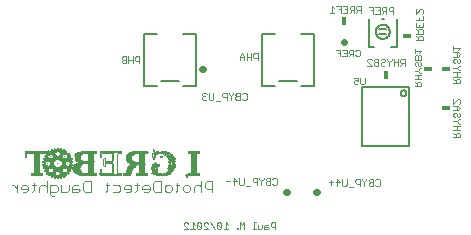
<source format=gbo>
G75*
G70*
%OFA0B0*%
%FSLAX24Y24*%
%IPPOS*%
%LPD*%
%AMOC8*
5,1,8,0,0,1.08239X$1,22.5*
%
%ADD10C,0.0030*%
%ADD11R,0.0016X0.0016*%
%ADD12R,0.0047X0.0016*%
%ADD13R,0.0031X0.0016*%
%ADD14R,0.0063X0.0016*%
%ADD15R,0.0079X0.0016*%
%ADD16R,0.0268X0.0016*%
%ADD17R,0.0457X0.0016*%
%ADD18R,0.0630X0.0016*%
%ADD19R,0.0488X0.0016*%
%ADD20R,0.0409X0.0016*%
%ADD21R,0.0425X0.0016*%
%ADD22R,0.0283X0.0016*%
%ADD23R,0.0724X0.0016*%
%ADD24R,0.0598X0.0016*%
%ADD25R,0.0157X0.0016*%
%ADD26R,0.0299X0.0016*%
%ADD27R,0.0646X0.0016*%
%ADD28R,0.0252X0.0016*%
%ADD29R,0.0567X0.0016*%
%ADD30R,0.0126X0.0016*%
%ADD31R,0.0693X0.0016*%
%ADD32R,0.0315X0.0016*%
%ADD33R,0.0378X0.0016*%
%ADD34R,0.0709X0.0016*%
%ADD35R,0.0331X0.0016*%
%ADD36R,0.0205X0.0016*%
%ADD37R,0.0220X0.0016*%
%ADD38R,0.0236X0.0016*%
%ADD39R,0.0362X0.0016*%
%ADD40R,0.0094X0.0016*%
%ADD41R,0.0142X0.0016*%
%ADD42R,0.0110X0.0016*%
%ADD43R,0.0346X0.0016*%
%ADD44R,0.1228X0.0016*%
%ADD45R,0.0961X0.0016*%
%ADD46R,0.0394X0.0016*%
%ADD47R,0.0189X0.0016*%
%ADD48R,0.0173X0.0016*%
%ADD49R,0.0504X0.0016*%
%ADD50R,0.0472X0.0016*%
%ADD51R,0.0520X0.0016*%
%ADD52R,0.0583X0.0016*%
%ADD53R,0.0551X0.0016*%
%ADD54R,0.0992X0.0016*%
%ADD55R,0.0677X0.0016*%
%ADD56R,0.1024X0.0016*%
%ADD57R,0.0661X0.0016*%
%ADD58R,0.0535X0.0016*%
%ADD59R,0.0614X0.0016*%
%ADD60R,0.1039X0.0016*%
%ADD61R,0.1071X0.0016*%
%ADD62C,0.0020*%
%ADD63C,0.0050*%
%ADD64R,0.0300X0.0180*%
%ADD65R,0.0180X0.0300*%
%ADD66C,0.0220*%
D10*
X006810Y004504D02*
X006810Y004813D01*
X006995Y004813D01*
X007057Y004751D01*
X007057Y004628D01*
X006995Y004566D01*
X006810Y004566D01*
X006810Y004504D02*
X006872Y004442D01*
X006934Y004442D01*
X007179Y004566D02*
X007179Y004813D01*
X007426Y004813D02*
X007426Y004628D01*
X007364Y004566D01*
X007179Y004566D01*
X007547Y004566D02*
X007732Y004566D01*
X007794Y004628D01*
X007732Y004689D01*
X007547Y004689D01*
X007547Y004751D02*
X007547Y004566D01*
X007547Y004751D02*
X007609Y004813D01*
X007732Y004813D01*
X007915Y004874D02*
X007915Y004628D01*
X007977Y004566D01*
X008162Y004566D01*
X008162Y004936D01*
X007977Y004936D01*
X007915Y004874D01*
X008653Y004813D02*
X008776Y004813D01*
X008714Y004874D02*
X008714Y004628D01*
X008653Y004566D01*
X008897Y004566D02*
X009083Y004566D01*
X009144Y004628D01*
X009144Y004751D01*
X009083Y004813D01*
X008897Y004813D01*
X009266Y004751D02*
X009266Y004689D01*
X009513Y004689D01*
X009513Y004628D02*
X009513Y004751D01*
X009451Y004813D01*
X009327Y004813D01*
X009266Y004751D01*
X009327Y004566D02*
X009451Y004566D01*
X009513Y004628D01*
X009635Y004566D02*
X009696Y004628D01*
X009696Y004874D01*
X009758Y004813D02*
X009635Y004813D01*
X009880Y004751D02*
X009880Y004689D01*
X010126Y004689D01*
X010126Y004628D02*
X010126Y004751D01*
X010065Y004813D01*
X009941Y004813D01*
X009880Y004751D01*
X009941Y004566D02*
X010065Y004566D01*
X010126Y004628D01*
X010248Y004628D02*
X010248Y004874D01*
X010310Y004936D01*
X010495Y004936D01*
X010495Y004566D01*
X010310Y004566D01*
X010248Y004628D01*
X010616Y004628D02*
X010616Y004751D01*
X010678Y004813D01*
X010801Y004813D01*
X010863Y004751D01*
X010863Y004628D01*
X010801Y004566D01*
X010678Y004566D01*
X010616Y004628D01*
X010985Y004566D02*
X011047Y004628D01*
X011047Y004874D01*
X011109Y004813D02*
X010985Y004813D01*
X011230Y004751D02*
X011230Y004628D01*
X011292Y004566D01*
X011415Y004566D01*
X011477Y004628D01*
X011477Y004751D01*
X011415Y004813D01*
X011292Y004813D01*
X011230Y004751D01*
X011598Y004751D02*
X011598Y004566D01*
X011598Y004751D02*
X011660Y004813D01*
X011784Y004813D01*
X011845Y004751D01*
X011967Y004751D02*
X012028Y004689D01*
X012214Y004689D01*
X012214Y004566D02*
X012214Y004936D01*
X012028Y004936D01*
X011967Y004874D01*
X011967Y004751D01*
X011845Y004936D02*
X011845Y004566D01*
X006689Y004566D02*
X006689Y004936D01*
X006627Y004813D02*
X006504Y004813D01*
X006442Y004751D01*
X006442Y004566D01*
X006259Y004628D02*
X006197Y004566D01*
X006259Y004628D02*
X006259Y004874D01*
X006321Y004813D02*
X006197Y004813D01*
X006075Y004751D02*
X006075Y004628D01*
X006013Y004566D01*
X005890Y004566D01*
X005828Y004689D02*
X006075Y004689D01*
X006075Y004751D02*
X006013Y004813D01*
X005890Y004813D01*
X005828Y004751D01*
X005828Y004689D01*
X005707Y004689D02*
X005583Y004813D01*
X005522Y004813D01*
X005707Y004813D02*
X005707Y004566D01*
X006627Y004813D02*
X006689Y004751D01*
D11*
X006859Y005031D03*
X007158Y005000D03*
X007252Y005031D03*
X007347Y005078D03*
X007063Y005504D03*
X007284Y005740D03*
X007347Y005929D03*
X006827Y005740D03*
X006733Y005519D03*
X006733Y005504D03*
X010229Y005740D03*
X010229Y005756D03*
X010229Y005771D03*
X010229Y005787D03*
X010229Y005803D03*
X010229Y005819D03*
X010229Y005850D03*
X010260Y005960D03*
X010433Y005897D03*
X010544Y005897D03*
X010496Y005756D03*
X010575Y005740D03*
X010575Y005708D03*
X010685Y005740D03*
X010670Y005803D03*
X010969Y005614D03*
X010969Y005567D03*
X010339Y005504D03*
X010307Y005504D03*
D12*
X010323Y005519D03*
X010260Y005645D03*
X010292Y005724D03*
X010260Y005913D03*
X010260Y005944D03*
X010496Y005740D03*
X010717Y005803D03*
X010827Y005819D03*
X010969Y005488D03*
X010370Y005378D03*
X010370Y005362D03*
X010370Y005346D03*
X011362Y005063D03*
X011378Y005031D03*
X008890Y005204D03*
X008890Y005220D03*
X008890Y005236D03*
X008890Y005252D03*
X008890Y005267D03*
X008890Y005283D03*
X008890Y005299D03*
X008890Y005315D03*
X008890Y005330D03*
X008890Y005346D03*
X008890Y005362D03*
X008890Y005378D03*
X008890Y005393D03*
X008890Y005409D03*
X008890Y005425D03*
X008890Y005441D03*
X008890Y005456D03*
X008890Y005472D03*
X008890Y005488D03*
X008890Y005598D03*
X008890Y005614D03*
X008890Y005630D03*
X008890Y005645D03*
X008890Y005661D03*
X008890Y005677D03*
X008890Y005693D03*
X008890Y005708D03*
X008890Y005724D03*
X008890Y005740D03*
X008890Y005756D03*
X008890Y005771D03*
X008890Y005787D03*
X008890Y005803D03*
X008890Y005819D03*
X008481Y005173D03*
X008481Y005157D03*
X007347Y005094D03*
X007063Y005000D03*
X006953Y005015D03*
X006859Y005047D03*
X006701Y005157D03*
X006638Y005236D03*
X007158Y006007D03*
D13*
X007260Y005976D03*
X006961Y006007D03*
X006866Y005976D03*
X006772Y005929D03*
X007386Y005504D03*
X007481Y005236D03*
X007418Y005157D03*
X006961Y005000D03*
X008488Y005756D03*
X008488Y005771D03*
X008488Y005787D03*
X008488Y005803D03*
X008488Y005819D03*
X008488Y005834D03*
X008488Y005850D03*
X008488Y005866D03*
X008536Y005819D03*
X008536Y005803D03*
X008536Y005787D03*
X008536Y005771D03*
X008536Y005756D03*
X008614Y005645D03*
X008614Y005630D03*
X008614Y005614D03*
X008614Y005598D03*
X008614Y005582D03*
X008614Y005567D03*
X008614Y005551D03*
X008614Y005535D03*
X008614Y005519D03*
X008614Y005504D03*
X008614Y005488D03*
X008614Y005472D03*
X008614Y005456D03*
X008614Y005441D03*
X008662Y005441D03*
X008662Y005456D03*
X008662Y005472D03*
X008662Y005488D03*
X008662Y005598D03*
X008662Y005614D03*
X008662Y005630D03*
X008662Y005645D03*
X009071Y005645D03*
X009071Y005630D03*
X009071Y005614D03*
X009071Y005598D03*
X009071Y005582D03*
X009071Y005567D03*
X009071Y005551D03*
X009071Y005535D03*
X009071Y005519D03*
X009071Y005504D03*
X009071Y005488D03*
X009071Y005472D03*
X009071Y005456D03*
X009071Y005441D03*
X009071Y005425D03*
X009071Y005409D03*
X009071Y005393D03*
X009071Y005378D03*
X009071Y005362D03*
X009071Y005346D03*
X009071Y005330D03*
X009071Y005315D03*
X009071Y005299D03*
X009071Y005283D03*
X009071Y005267D03*
X009071Y005252D03*
X009071Y005236D03*
X009071Y005220D03*
X009071Y005204D03*
X009071Y005189D03*
X009071Y005661D03*
X009071Y005677D03*
X009071Y005693D03*
X009071Y005708D03*
X009071Y005724D03*
X009071Y005740D03*
X009071Y005756D03*
X009071Y005771D03*
X009071Y005787D03*
X009071Y005803D03*
X009071Y005819D03*
X009166Y005866D03*
X010236Y005724D03*
X010488Y005708D03*
X010630Y005771D03*
X010614Y005803D03*
X010898Y005819D03*
X010914Y005803D03*
X010977Y005551D03*
X010977Y005535D03*
X010977Y005519D03*
X010977Y005504D03*
X010977Y005472D03*
X010331Y005535D03*
D14*
X010362Y005330D03*
X010362Y005315D03*
X010362Y005299D03*
X010362Y005283D03*
X010362Y005267D03*
X010362Y005252D03*
X010788Y005519D03*
X010788Y005535D03*
X010898Y005535D03*
X010898Y005519D03*
X010898Y005504D03*
X010898Y005551D03*
X010898Y005567D03*
X010630Y005787D03*
X010488Y005724D03*
X010299Y005740D03*
X010299Y005756D03*
X010252Y005929D03*
X011355Y005094D03*
X011355Y005078D03*
X011370Y005047D03*
X007339Y005913D03*
X007260Y005960D03*
X007166Y005992D03*
X007055Y005992D03*
X007055Y006007D03*
X006961Y005992D03*
X006961Y005976D03*
X006866Y005960D03*
X006772Y005913D03*
X006772Y005094D03*
X006961Y005031D03*
X007055Y005015D03*
X007166Y005015D03*
X007260Y005047D03*
D15*
X007158Y005031D03*
X007063Y005031D03*
X006622Y005488D03*
X006622Y005504D03*
X006622Y005519D03*
X007063Y005976D03*
X007158Y005976D03*
X007488Y005519D03*
X007488Y005504D03*
X008512Y005724D03*
X008512Y005740D03*
X008638Y005677D03*
X008638Y005661D03*
X008638Y005425D03*
X008638Y005409D03*
X010260Y005661D03*
X010260Y005677D03*
X010307Y005771D03*
X010370Y005897D03*
X010717Y005787D03*
X010890Y005614D03*
X010890Y005488D03*
X010890Y005472D03*
X010796Y005488D03*
X010796Y005504D03*
X010780Y005551D03*
X011347Y005110D03*
X006008Y005708D03*
X006008Y005724D03*
X006008Y005740D03*
X006008Y005756D03*
X006008Y005771D03*
X006008Y005787D03*
X006008Y005803D03*
X006008Y005819D03*
D16*
X007063Y005960D03*
X007236Y005881D03*
X007772Y005819D03*
X007756Y005488D03*
X007725Y005220D03*
X007236Y005126D03*
X007063Y005047D03*
X006874Y005126D03*
X008780Y005504D03*
X008780Y005567D03*
X008780Y005582D03*
X009504Y005819D03*
X010339Y005488D03*
X010544Y005110D03*
D17*
X008685Y005189D03*
X007063Y005094D03*
X007063Y005078D03*
X007063Y005063D03*
X006811Y005630D03*
X007063Y005929D03*
X007063Y005944D03*
D18*
X008048Y005881D03*
X007055Y005110D03*
D19*
X007299Y005630D03*
X011551Y005141D03*
X011551Y005126D03*
D20*
X011591Y005157D03*
X011591Y005173D03*
X011591Y005834D03*
X011591Y005850D03*
X011591Y005866D03*
X011591Y005881D03*
X011591Y005897D03*
X010536Y005126D03*
X007355Y005582D03*
X007323Y005393D03*
X006803Y005393D03*
X006362Y005173D03*
X006362Y005157D03*
X006362Y005141D03*
X006362Y005126D03*
X006756Y005582D03*
D21*
X009866Y005173D03*
X009866Y005157D03*
X009866Y005141D03*
X009866Y005126D03*
D22*
X009355Y005126D03*
X009355Y005141D03*
X007811Y005582D03*
X007748Y005204D03*
X007229Y005897D03*
D23*
X008819Y005141D03*
X008819Y005126D03*
D24*
X008063Y005126D03*
D25*
X007433Y005252D03*
X007433Y005267D03*
X007418Y005315D03*
X007496Y005441D03*
X007496Y005567D03*
X007418Y005693D03*
X007433Y005740D03*
X007433Y005756D03*
X007197Y005803D03*
X007260Y005551D03*
X006866Y005551D03*
X006866Y005535D03*
X006866Y005472D03*
X006866Y005456D03*
X006614Y005567D03*
X006677Y005740D03*
X006677Y005756D03*
X006693Y005771D03*
X006677Y005267D03*
X010410Y005456D03*
X010693Y005141D03*
D26*
X010685Y005173D03*
X010433Y005141D03*
X010339Y005425D03*
X010339Y005441D03*
X010339Y005472D03*
X009362Y005173D03*
X009362Y005157D03*
D27*
X009756Y005866D03*
X008040Y005141D03*
D28*
X007717Y005236D03*
X007701Y005252D03*
X007685Y005299D03*
X007717Y005456D03*
X007733Y005472D03*
X007244Y005157D03*
X007244Y005141D03*
X006882Y005141D03*
X006866Y005157D03*
X007244Y005866D03*
X008772Y005551D03*
X008772Y005519D03*
X009575Y005456D03*
X010709Y005834D03*
X010851Y005693D03*
X010851Y005677D03*
X010866Y005456D03*
D29*
X010520Y005157D03*
X010536Y005850D03*
X007985Y005567D03*
D30*
X007512Y005472D03*
X007418Y005299D03*
X007181Y005220D03*
X007166Y005236D03*
X006866Y005488D03*
X006866Y005519D03*
X006614Y005535D03*
X006614Y005472D03*
X006740Y005803D03*
X007181Y005787D03*
X007370Y005803D03*
X007418Y005708D03*
X009118Y005834D03*
X009118Y005850D03*
X009118Y005173D03*
X009118Y005157D03*
X010252Y005252D03*
X010252Y005267D03*
X010252Y005283D03*
X010252Y005299D03*
X010252Y005456D03*
X010347Y005819D03*
X010914Y005630D03*
X010914Y005598D03*
D31*
X008016Y005157D03*
D32*
X007292Y005173D03*
X007276Y005204D03*
X006835Y005204D03*
X007292Y005834D03*
X010362Y005173D03*
D33*
X008709Y005173D03*
X007339Y005598D03*
X007055Y005677D03*
X006788Y005598D03*
X006788Y005409D03*
X007055Y005330D03*
D34*
X008008Y005173D03*
X008008Y005834D03*
X008827Y005881D03*
X008827Y005897D03*
D35*
X007819Y005504D03*
X007284Y005819D03*
X007284Y005850D03*
X007063Y005756D03*
X007063Y005740D03*
X007063Y005724D03*
X007063Y005708D03*
X006827Y005819D03*
X007063Y005299D03*
X007063Y005283D03*
X007063Y005267D03*
X007063Y005252D03*
X007284Y005189D03*
X006827Y005189D03*
X006827Y005173D03*
D36*
X008166Y005189D03*
X008166Y005204D03*
X008166Y005220D03*
X008166Y005236D03*
X008166Y005252D03*
X008166Y005267D03*
X008166Y005283D03*
X008166Y005299D03*
X008166Y005315D03*
X008166Y005330D03*
X008166Y005346D03*
X008166Y005362D03*
X008166Y005378D03*
X008166Y005393D03*
X008166Y005409D03*
X008166Y005425D03*
X008166Y005441D03*
X008166Y005456D03*
X008166Y005472D03*
X008166Y005488D03*
X008166Y005504D03*
X008166Y005582D03*
X008166Y005598D03*
X008166Y005614D03*
X008166Y005630D03*
X008166Y005645D03*
X008166Y005661D03*
X008166Y005677D03*
X008166Y005693D03*
X008166Y005708D03*
X008166Y005724D03*
X008166Y005740D03*
X008166Y005756D03*
X008166Y005771D03*
X008166Y005787D03*
X008166Y005803D03*
X008166Y005819D03*
X009866Y005819D03*
X009866Y005803D03*
X009866Y005787D03*
X009866Y005771D03*
X009866Y005756D03*
X009866Y005740D03*
X009866Y005724D03*
X009866Y005708D03*
X009866Y005693D03*
X009866Y005677D03*
X009866Y005661D03*
X009866Y005645D03*
X009866Y005630D03*
X009866Y005614D03*
X009866Y005598D03*
X009866Y005582D03*
X009866Y005567D03*
X009866Y005551D03*
X009866Y005456D03*
X009866Y005441D03*
X009866Y005425D03*
X009866Y005409D03*
X009866Y005393D03*
X009866Y005378D03*
X009866Y005362D03*
X009866Y005346D03*
X009866Y005330D03*
X009866Y005315D03*
X009866Y005299D03*
X009866Y005283D03*
X009866Y005267D03*
X009866Y005252D03*
X009866Y005236D03*
X009866Y005220D03*
X009866Y005204D03*
X009866Y005189D03*
X010292Y005204D03*
X010292Y005220D03*
X010292Y005236D03*
X010292Y005393D03*
X010292Y005409D03*
X010780Y005220D03*
X010796Y005236D03*
X010827Y005724D03*
X011599Y005724D03*
X011599Y005708D03*
X011599Y005693D03*
X011599Y005677D03*
X011599Y005661D03*
X011599Y005645D03*
X011599Y005630D03*
X011599Y005614D03*
X011599Y005598D03*
X011599Y005582D03*
X011599Y005567D03*
X011599Y005551D03*
X011599Y005535D03*
X011599Y005519D03*
X011599Y005504D03*
X011599Y005488D03*
X011599Y005472D03*
X011599Y005456D03*
X011599Y005441D03*
X011599Y005425D03*
X011599Y005409D03*
X011599Y005393D03*
X011599Y005378D03*
X011599Y005362D03*
X011599Y005346D03*
X011599Y005330D03*
X011599Y005315D03*
X011599Y005299D03*
X011599Y005283D03*
X011599Y005267D03*
X011599Y005252D03*
X011599Y005236D03*
X011599Y005220D03*
X011599Y005204D03*
X011599Y005189D03*
X011599Y005740D03*
X011599Y005756D03*
X011599Y005771D03*
X011599Y005787D03*
X011599Y005803D03*
X011599Y005819D03*
D37*
X010819Y005740D03*
X010803Y005756D03*
X010803Y005771D03*
X010851Y005362D03*
X010851Y005346D03*
X010835Y005315D03*
X010835Y005299D03*
X010819Y005283D03*
X010819Y005267D03*
X010803Y005252D03*
X010756Y005204D03*
X010740Y005189D03*
X009528Y005409D03*
X009512Y005378D03*
X009496Y005346D03*
X009481Y005330D03*
X009481Y005315D03*
X009465Y005299D03*
X009465Y005283D03*
X009449Y005267D03*
X009449Y005252D03*
X009433Y005236D03*
X009433Y005220D03*
X009418Y005204D03*
X009481Y005582D03*
X009465Y005598D03*
X009449Y005614D03*
X009449Y005630D03*
X009449Y005645D03*
X009449Y005661D03*
X009449Y005677D03*
X009449Y005693D03*
X009449Y005708D03*
X009449Y005724D03*
X009449Y005740D03*
X009449Y005756D03*
X009465Y005771D03*
X007748Y005614D03*
X007733Y005630D03*
X007733Y005645D03*
X007717Y005661D03*
X007717Y005677D03*
X007717Y005693D03*
X007717Y005708D03*
X007717Y005724D03*
X007717Y005740D03*
X007717Y005756D03*
X007733Y005771D03*
X007433Y005677D03*
X007433Y005330D03*
X006677Y005330D03*
X006362Y005330D03*
X006362Y005315D03*
X006362Y005299D03*
X006362Y005283D03*
X006362Y005267D03*
X006362Y005252D03*
X006362Y005236D03*
X006362Y005220D03*
X006362Y005204D03*
X006362Y005189D03*
X006362Y005346D03*
X006362Y005362D03*
X006362Y005378D03*
X006362Y005393D03*
X006362Y005409D03*
X006362Y005425D03*
X006362Y005441D03*
X006362Y005456D03*
X006362Y005472D03*
X006362Y005488D03*
X006362Y005504D03*
X006362Y005519D03*
X006362Y005535D03*
X006362Y005551D03*
X006362Y005567D03*
X006362Y005582D03*
X006362Y005598D03*
X006362Y005614D03*
X006362Y005630D03*
X006362Y005645D03*
X006362Y005661D03*
X006362Y005677D03*
X006362Y005693D03*
X006362Y005708D03*
X006362Y005724D03*
X006362Y005740D03*
X006362Y005756D03*
X006362Y005771D03*
X006362Y005787D03*
X006362Y005803D03*
X006362Y005819D03*
X006677Y005677D03*
D38*
X007677Y005378D03*
X007693Y005393D03*
X007693Y005409D03*
X007693Y005425D03*
X007709Y005441D03*
X007677Y005330D03*
X007677Y005315D03*
X007693Y005283D03*
X007693Y005267D03*
X007772Y005598D03*
X007740Y005787D03*
X007756Y005803D03*
X009473Y005787D03*
X009488Y005803D03*
X009488Y005567D03*
X009504Y005551D03*
X009551Y005441D03*
X009536Y005425D03*
X009520Y005393D03*
X009504Y005362D03*
X009410Y005189D03*
X010307Y005189D03*
X010843Y005330D03*
X010859Y005378D03*
X010859Y005393D03*
X010859Y005409D03*
X010859Y005425D03*
X010859Y005441D03*
X010859Y005582D03*
X010859Y005645D03*
X010859Y005661D03*
X010843Y005708D03*
X010339Y005834D03*
D39*
X008717Y005850D03*
X007803Y005189D03*
X007063Y005693D03*
D40*
X007386Y005787D03*
X007496Y005488D03*
X007402Y005236D03*
X007386Y005220D03*
X006725Y005236D03*
X008504Y005236D03*
X008504Y005252D03*
X008504Y005267D03*
X008504Y005283D03*
X008504Y005299D03*
X008504Y005220D03*
X008504Y005204D03*
X010268Y005693D03*
X010268Y005708D03*
X010315Y005787D03*
X010362Y005881D03*
X010788Y005630D03*
X010788Y005614D03*
X010788Y005598D03*
X010788Y005567D03*
X010788Y005472D03*
X010882Y005787D03*
D41*
X010685Y005819D03*
X010638Y005897D03*
X010559Y005913D03*
X007504Y005551D03*
X007504Y005456D03*
X007425Y005283D03*
X007252Y005472D03*
X007252Y005488D03*
X007252Y005504D03*
X007252Y005519D03*
X007252Y005535D03*
X006874Y005504D03*
X006701Y005693D03*
X006701Y005708D03*
X006685Y005724D03*
X006922Y005803D03*
X006937Y005787D03*
X006953Y005771D03*
X007158Y005771D03*
X007425Y005771D03*
X007425Y005724D03*
X006701Y005315D03*
X006701Y005299D03*
X006685Y005283D03*
X006685Y005252D03*
X006937Y005220D03*
X006953Y005236D03*
X006607Y005456D03*
X006607Y005551D03*
D42*
X006733Y005787D03*
X007504Y005535D03*
X006733Y005220D03*
X010244Y005315D03*
X010244Y005330D03*
X010244Y005346D03*
X010244Y005362D03*
X010244Y005378D03*
X010323Y005803D03*
D43*
X007055Y005315D03*
D44*
X007181Y005346D03*
X007181Y005362D03*
D45*
X007063Y005378D03*
D46*
X007331Y005409D03*
X007347Y005425D03*
X007315Y005614D03*
X006796Y005614D03*
X006764Y005425D03*
X008717Y005834D03*
D47*
X007260Y005567D03*
X007260Y005441D03*
X006851Y005441D03*
D48*
X006859Y005567D03*
X006622Y005441D03*
X007252Y005456D03*
X010670Y005881D03*
D49*
X009717Y005472D03*
D50*
X009733Y005488D03*
X009733Y005504D03*
X007055Y005913D03*
D51*
X008008Y005551D03*
X009709Y005519D03*
D52*
X007977Y005519D03*
D53*
X007992Y005535D03*
X008087Y005897D03*
X009693Y005535D03*
D54*
X007063Y005645D03*
X007063Y005661D03*
D55*
X008024Y005850D03*
X009725Y005834D03*
D56*
X006481Y005834D03*
X006481Y005850D03*
X006481Y005866D03*
D57*
X008032Y005866D03*
X009748Y005850D03*
D58*
X009796Y005897D03*
X010520Y005866D03*
D59*
X009772Y005881D03*
D60*
X006488Y005881D03*
D61*
X006504Y005897D03*
D62*
X011257Y003524D02*
X011293Y003561D01*
X011367Y003561D01*
X011403Y003524D01*
X011257Y003524D02*
X011257Y003487D01*
X011403Y003340D01*
X011257Y003340D01*
X011478Y003340D02*
X011624Y003340D01*
X011551Y003340D02*
X011551Y003561D01*
X011624Y003487D01*
X011699Y003524D02*
X011845Y003377D01*
X011809Y003340D01*
X011735Y003340D01*
X011699Y003377D01*
X011699Y003524D01*
X011735Y003561D01*
X011809Y003561D01*
X011845Y003524D01*
X011845Y003377D01*
X011920Y003340D02*
X012066Y003340D01*
X011920Y003487D01*
X011920Y003524D01*
X011956Y003561D01*
X012030Y003561D01*
X012066Y003524D01*
X012141Y003561D02*
X012287Y003340D01*
X012362Y003377D02*
X012398Y003340D01*
X012472Y003340D01*
X012508Y003377D01*
X012362Y003524D01*
X012362Y003377D01*
X012508Y003377D02*
X012508Y003524D01*
X012472Y003561D01*
X012398Y003561D01*
X012362Y003524D01*
X012583Y003340D02*
X012729Y003340D01*
X012656Y003340D02*
X012656Y003561D01*
X012729Y003487D01*
X013024Y003377D02*
X013024Y003340D01*
X013061Y003340D01*
X013061Y003377D01*
X013024Y003377D01*
X013135Y003340D02*
X013135Y003561D01*
X013208Y003487D01*
X013282Y003561D01*
X013282Y003340D01*
X013577Y003340D02*
X013650Y003340D01*
X013613Y003340D02*
X013613Y003561D01*
X013650Y003561D01*
X013724Y003487D02*
X013724Y003340D01*
X013834Y003340D01*
X013871Y003377D01*
X013871Y003487D01*
X013945Y003450D02*
X013945Y003340D01*
X014055Y003340D01*
X014092Y003377D01*
X014055Y003414D01*
X013945Y003414D01*
X013945Y003450D02*
X013982Y003487D01*
X014055Y003487D01*
X014166Y003450D02*
X014203Y003414D01*
X014313Y003414D01*
X014313Y003340D02*
X014313Y003561D01*
X014203Y003561D01*
X014166Y003524D01*
X014166Y003450D01*
X014139Y004822D02*
X014029Y004822D01*
X013992Y004859D01*
X013992Y004896D01*
X014029Y004932D01*
X014139Y004932D01*
X014213Y004859D02*
X014250Y004822D01*
X014323Y004822D01*
X014360Y004859D01*
X014360Y005006D01*
X014323Y005042D01*
X014250Y005042D01*
X014213Y005006D01*
X014139Y005042D02*
X014029Y005042D01*
X013992Y005006D01*
X013992Y004969D01*
X014029Y004932D01*
X013918Y005006D02*
X013845Y004932D01*
X013845Y004822D01*
X013845Y004932D02*
X013771Y005006D01*
X013771Y005042D01*
X013697Y005042D02*
X013587Y005042D01*
X013550Y005006D01*
X013550Y004932D01*
X013587Y004896D01*
X013697Y004896D01*
X013697Y004822D02*
X013697Y005042D01*
X013918Y005042D02*
X013918Y005006D01*
X014139Y005042D02*
X014139Y004822D01*
X013476Y004786D02*
X013329Y004786D01*
X013255Y004859D02*
X013218Y004822D01*
X013145Y004822D01*
X013108Y004859D01*
X013108Y005042D01*
X013034Y004932D02*
X012887Y004932D01*
X012813Y004932D02*
X012666Y004932D01*
X012924Y004822D02*
X012924Y005042D01*
X013034Y004932D01*
X013255Y004859D02*
X013255Y005042D01*
X016096Y004895D02*
X016243Y004895D01*
X016317Y004895D02*
X016464Y004895D01*
X016354Y005006D01*
X016354Y004785D01*
X016170Y004822D02*
X016170Y004969D01*
X016538Y005006D02*
X016538Y004822D01*
X016575Y004785D01*
X016648Y004785D01*
X016685Y004822D01*
X016685Y005006D01*
X016759Y004749D02*
X016906Y004749D01*
X017017Y004859D02*
X017127Y004859D01*
X017127Y004785D02*
X017127Y005006D01*
X017017Y005006D01*
X016980Y004969D01*
X016980Y004895D01*
X017017Y004859D01*
X017201Y004969D02*
X017201Y005006D01*
X017201Y004969D02*
X017275Y004895D01*
X017275Y004785D01*
X017275Y004895D02*
X017348Y004969D01*
X017348Y005006D01*
X017422Y004969D02*
X017422Y004932D01*
X017459Y004895D01*
X017569Y004895D01*
X017643Y004822D02*
X017680Y004785D01*
X017753Y004785D01*
X017790Y004822D01*
X017790Y004969D01*
X017753Y005006D01*
X017680Y005006D01*
X017643Y004969D01*
X017569Y005006D02*
X017569Y004785D01*
X017459Y004785D01*
X017422Y004822D01*
X017422Y004859D01*
X017459Y004895D01*
X017422Y004969D02*
X017459Y005006D01*
X017569Y005006D01*
X020247Y006412D02*
X020468Y006412D01*
X020468Y006523D01*
X020431Y006559D01*
X020358Y006559D01*
X020321Y006523D01*
X020321Y006412D01*
X020321Y006486D02*
X020247Y006559D01*
X020247Y006633D02*
X020468Y006633D01*
X020358Y006633D02*
X020358Y006780D01*
X020431Y006854D02*
X020358Y006928D01*
X020247Y006928D01*
X020358Y006928D02*
X020431Y007001D01*
X020468Y007001D01*
X020431Y007075D02*
X020468Y007112D01*
X020468Y007185D01*
X020431Y007222D01*
X020358Y007185D02*
X020321Y007222D01*
X020284Y007222D01*
X020247Y007185D01*
X020247Y007112D01*
X020284Y007075D01*
X020358Y007112D02*
X020358Y007185D01*
X020358Y007112D02*
X020394Y007075D01*
X020431Y007075D01*
X020431Y006854D02*
X020468Y006854D01*
X020468Y006780D02*
X020247Y006780D01*
X020247Y007296D02*
X020394Y007296D01*
X020468Y007370D01*
X020394Y007443D01*
X020247Y007443D01*
X020247Y007517D02*
X020394Y007664D01*
X020431Y007664D01*
X020468Y007627D01*
X020468Y007554D01*
X020431Y007517D01*
X020358Y007443D02*
X020358Y007296D01*
X020247Y007517D02*
X020247Y007664D01*
X020247Y008205D02*
X020468Y008205D01*
X020468Y008315D01*
X020431Y008351D01*
X020358Y008351D01*
X020321Y008315D01*
X020321Y008205D01*
X020321Y008278D02*
X020247Y008351D01*
X020247Y008426D02*
X020468Y008426D01*
X020358Y008426D02*
X020358Y008572D01*
X020431Y008647D02*
X020358Y008720D01*
X020247Y008720D01*
X020358Y008720D02*
X020431Y008793D01*
X020468Y008793D01*
X020431Y008868D02*
X020394Y008868D01*
X020358Y008904D01*
X020358Y008978D01*
X020321Y009014D01*
X020284Y009014D01*
X020247Y008978D01*
X020247Y008904D01*
X020284Y008868D01*
X020431Y008868D02*
X020468Y008904D01*
X020468Y008978D01*
X020431Y009014D01*
X020394Y009088D02*
X020468Y009162D01*
X020394Y009235D01*
X020247Y009235D01*
X020247Y009309D02*
X020247Y009456D01*
X020247Y009383D02*
X020468Y009383D01*
X020394Y009309D01*
X020358Y009235D02*
X020358Y009088D01*
X020394Y009088D02*
X020247Y009088D01*
X020431Y008647D02*
X020468Y008647D01*
X020468Y008572D02*
X020247Y008572D01*
X019179Y008548D02*
X019142Y008548D01*
X019069Y008621D01*
X018958Y008621D01*
X019069Y008621D02*
X019142Y008695D01*
X019179Y008695D01*
X019142Y008769D02*
X019105Y008769D01*
X019069Y008806D01*
X019069Y008879D01*
X019032Y008916D01*
X018995Y008916D01*
X018958Y008879D01*
X018958Y008806D01*
X018995Y008769D01*
X019142Y008769D02*
X019179Y008806D01*
X019179Y008879D01*
X019142Y008916D01*
X019179Y008990D02*
X018958Y008990D01*
X018958Y009100D01*
X018995Y009137D01*
X019032Y009137D01*
X019069Y009100D01*
X019069Y008990D01*
X019179Y008990D02*
X019179Y009100D01*
X019142Y009137D01*
X019105Y009137D01*
X019069Y009100D01*
X019105Y009211D02*
X019179Y009284D01*
X018958Y009284D01*
X018958Y009211D02*
X018958Y009358D01*
X019000Y009635D02*
X019220Y009635D01*
X019220Y009745D01*
X019184Y009782D01*
X019110Y009782D01*
X019073Y009745D01*
X019073Y009635D01*
X019073Y009709D02*
X019000Y009782D01*
X019000Y009856D02*
X019220Y009856D01*
X019220Y009966D01*
X019184Y010003D01*
X019110Y010003D01*
X019073Y009966D01*
X019073Y009856D01*
X019073Y009930D02*
X019000Y010003D01*
X019000Y010077D02*
X019000Y010224D01*
X019000Y010298D02*
X019220Y010298D01*
X019220Y010445D01*
X019184Y010519D02*
X019220Y010556D01*
X019220Y010629D01*
X019184Y010666D01*
X019147Y010666D01*
X019000Y010519D01*
X019000Y010666D01*
X019110Y010372D02*
X019110Y010298D01*
X019220Y010224D02*
X019220Y010077D01*
X019000Y010077D01*
X019110Y010077D02*
X019110Y010151D01*
X018235Y010521D02*
X018235Y010742D01*
X018125Y010742D01*
X018088Y010705D01*
X018088Y010632D01*
X018125Y010595D01*
X018235Y010595D01*
X018014Y010595D02*
X017904Y010595D01*
X017867Y010632D01*
X017867Y010705D01*
X017904Y010742D01*
X018014Y010742D01*
X018014Y010521D01*
X017941Y010595D02*
X017867Y010521D01*
X017793Y010521D02*
X017646Y010521D01*
X017572Y010521D02*
X017572Y010742D01*
X017425Y010742D01*
X017499Y010632D02*
X017572Y010632D01*
X017646Y010742D02*
X017793Y010742D01*
X017793Y010521D01*
X017793Y010632D02*
X017720Y010632D01*
X017152Y010632D02*
X017042Y010632D01*
X017005Y010669D01*
X017005Y010742D01*
X017042Y010779D01*
X017152Y010779D01*
X017152Y010558D01*
X017079Y010632D02*
X017005Y010558D01*
X016931Y010558D02*
X016931Y010779D01*
X016821Y010779D01*
X016784Y010742D01*
X016784Y010669D01*
X016821Y010632D01*
X016931Y010632D01*
X016858Y010632D02*
X016784Y010558D01*
X016710Y010558D02*
X016563Y010558D01*
X016489Y010558D02*
X016489Y010779D01*
X016342Y010779D01*
X016268Y010705D02*
X016195Y010779D01*
X016195Y010558D01*
X016268Y010558D02*
X016121Y010558D01*
X016416Y010669D02*
X016489Y010669D01*
X016563Y010779D02*
X016710Y010779D01*
X016710Y010558D01*
X016710Y010669D02*
X016637Y010669D01*
X016685Y009321D02*
X016685Y009101D01*
X016538Y009101D01*
X016464Y009101D02*
X016464Y009321D01*
X016317Y009321D01*
X016391Y009211D02*
X016464Y009211D01*
X016538Y009321D02*
X016685Y009321D01*
X016759Y009284D02*
X016759Y009211D01*
X016796Y009174D01*
X016906Y009174D01*
X016906Y009101D02*
X016906Y009321D01*
X016796Y009321D01*
X016759Y009284D01*
X016685Y009211D02*
X016612Y009211D01*
X016759Y009101D02*
X016832Y009174D01*
X016980Y009138D02*
X017017Y009101D01*
X017090Y009101D01*
X017127Y009138D01*
X017127Y009284D01*
X017090Y009321D01*
X017017Y009321D01*
X016980Y009284D01*
X017374Y008972D02*
X017410Y009009D01*
X017484Y009009D01*
X017520Y008972D01*
X017595Y008972D02*
X017595Y008935D01*
X017631Y008898D01*
X017741Y008898D01*
X017816Y008862D02*
X017816Y008825D01*
X017852Y008788D01*
X017926Y008788D01*
X017962Y008825D01*
X017926Y008898D02*
X017852Y008898D01*
X017816Y008862D01*
X017741Y008788D02*
X017631Y008788D01*
X017595Y008825D01*
X017595Y008862D01*
X017631Y008898D01*
X017595Y008972D02*
X017631Y009009D01*
X017741Y009009D01*
X017741Y008788D01*
X017816Y008972D02*
X017852Y009009D01*
X017926Y009009D01*
X017962Y008972D01*
X017962Y008935D01*
X017926Y008898D01*
X018037Y008972D02*
X018037Y009009D01*
X018037Y008972D02*
X018110Y008898D01*
X018183Y008972D01*
X018183Y009009D01*
X018258Y009009D02*
X018258Y008788D01*
X018258Y008898D02*
X018404Y008898D01*
X018479Y008898D02*
X018515Y008862D01*
X018625Y008862D01*
X018552Y008862D02*
X018479Y008788D01*
X018404Y008788D02*
X018404Y009009D01*
X018479Y008972D02*
X018515Y009009D01*
X018625Y009009D01*
X018625Y008788D01*
X018479Y008898D02*
X018479Y008972D01*
X018110Y008898D02*
X018110Y008788D01*
X017520Y008788D02*
X017374Y008935D01*
X017374Y008972D01*
X017374Y008788D02*
X017520Y008788D01*
X017291Y008391D02*
X017291Y008208D01*
X017254Y008171D01*
X017181Y008171D01*
X017144Y008208D01*
X017144Y008391D01*
X017070Y008391D02*
X017070Y008281D01*
X016997Y008318D01*
X016960Y008318D01*
X016923Y008281D01*
X016923Y008208D01*
X016960Y008171D01*
X017033Y008171D01*
X017070Y008208D01*
X017070Y008391D02*
X016923Y008391D01*
X018958Y008327D02*
X019179Y008327D01*
X019142Y008253D02*
X019069Y008253D01*
X019032Y008216D01*
X019032Y008106D01*
X019032Y008180D02*
X018958Y008253D01*
X019069Y008327D02*
X019069Y008474D01*
X019179Y008474D02*
X018958Y008474D01*
X019142Y008253D02*
X019179Y008216D01*
X019179Y008106D01*
X018958Y008106D01*
X013719Y008974D02*
X013719Y009194D01*
X013609Y009194D01*
X013572Y009158D01*
X013572Y009084D01*
X013609Y009048D01*
X013719Y009048D01*
X013498Y009084D02*
X013351Y009084D01*
X013277Y009084D02*
X013130Y009084D01*
X013130Y009121D02*
X013130Y008974D01*
X013277Y008974D02*
X013277Y009121D01*
X013203Y009194D01*
X013130Y009121D01*
X013351Y009194D02*
X013351Y008974D01*
X013498Y008974D02*
X013498Y009194D01*
X013313Y007875D02*
X013350Y007838D01*
X013350Y007691D01*
X013313Y007655D01*
X013240Y007655D01*
X013203Y007691D01*
X013129Y007655D02*
X013019Y007655D01*
X012982Y007691D01*
X012982Y007728D01*
X013019Y007765D01*
X013129Y007765D01*
X013203Y007838D02*
X013240Y007875D01*
X013313Y007875D01*
X013129Y007875D02*
X013019Y007875D01*
X012982Y007838D01*
X012982Y007801D01*
X013019Y007765D01*
X012908Y007838D02*
X012908Y007875D01*
X012908Y007838D02*
X012835Y007765D01*
X012835Y007655D01*
X012835Y007765D02*
X012761Y007838D01*
X012761Y007875D01*
X012687Y007875D02*
X012577Y007875D01*
X012540Y007838D01*
X012540Y007765D01*
X012577Y007728D01*
X012687Y007728D01*
X012687Y007655D02*
X012687Y007875D01*
X012245Y007875D02*
X012245Y007691D01*
X012209Y007655D01*
X012135Y007655D01*
X012098Y007691D01*
X012098Y007875D01*
X012024Y007838D02*
X011988Y007875D01*
X011914Y007875D01*
X011877Y007838D01*
X011877Y007801D01*
X011914Y007765D01*
X011877Y007728D01*
X011877Y007691D01*
X011914Y007655D01*
X011988Y007655D01*
X012024Y007691D01*
X011951Y007765D02*
X011914Y007765D01*
X012319Y007618D02*
X012466Y007618D01*
X013129Y007655D02*
X013129Y007875D01*
X009782Y008876D02*
X009782Y009096D01*
X009672Y009096D01*
X009635Y009059D01*
X009635Y008986D01*
X009672Y008949D01*
X009782Y008949D01*
X009561Y008986D02*
X009414Y008986D01*
X009340Y008986D02*
X009230Y008986D01*
X009193Y008949D01*
X009193Y008912D01*
X009230Y008876D01*
X009340Y008876D01*
X009340Y009096D01*
X009230Y009096D01*
X009193Y009059D01*
X009193Y009023D01*
X009230Y008986D01*
X009414Y009096D02*
X009414Y008876D01*
X009561Y008876D02*
X009561Y009096D01*
D63*
X010500Y008275D02*
X011091Y008275D01*
X011229Y008118D02*
X011662Y008118D01*
X011662Y009850D01*
X011229Y009850D01*
X010362Y009850D02*
X009929Y009850D01*
X009929Y008118D01*
X010362Y008118D01*
X013866Y008118D02*
X014299Y008118D01*
X014437Y008275D02*
X015028Y008275D01*
X015166Y008118D02*
X015599Y008118D01*
X015599Y009850D01*
X015166Y009850D01*
X014299Y009850D02*
X013866Y009850D01*
X013866Y008118D01*
X017203Y008063D02*
X017203Y006094D01*
X018777Y006094D01*
X018777Y008063D01*
X017203Y008063D01*
X018483Y007866D02*
X018485Y007885D01*
X018490Y007904D01*
X018500Y007920D01*
X018512Y007935D01*
X018527Y007947D01*
X018543Y007957D01*
X018562Y007962D01*
X018581Y007964D01*
X018600Y007962D01*
X018619Y007957D01*
X018635Y007947D01*
X018650Y007935D01*
X018662Y007920D01*
X018672Y007904D01*
X018677Y007885D01*
X018679Y007866D01*
X018677Y007847D01*
X018672Y007828D01*
X018662Y007812D01*
X018650Y007797D01*
X018635Y007785D01*
X018619Y007775D01*
X018600Y007770D01*
X018581Y007768D01*
X018562Y007770D01*
X018543Y007775D01*
X018527Y007785D01*
X018512Y007797D01*
X018500Y007812D01*
X018490Y007828D01*
X018485Y007847D01*
X018483Y007866D01*
X018362Y009406D02*
X018166Y009406D01*
X018362Y009406D02*
X018362Y010351D01*
X017929Y010351D02*
X017851Y010351D01*
X017418Y010351D02*
X017418Y009406D01*
X017614Y009406D01*
X017772Y009839D02*
X018008Y009839D01*
X017654Y009918D02*
X017656Y009948D01*
X017662Y009978D01*
X017671Y010007D01*
X017684Y010034D01*
X017701Y010059D01*
X017720Y010082D01*
X017743Y010103D01*
X017768Y010120D01*
X017794Y010134D01*
X017823Y010144D01*
X017852Y010151D01*
X017882Y010154D01*
X017913Y010153D01*
X017943Y010148D01*
X017972Y010139D01*
X017999Y010127D01*
X018025Y010112D01*
X018049Y010093D01*
X018070Y010071D01*
X018088Y010047D01*
X018103Y010020D01*
X018114Y009992D01*
X018122Y009963D01*
X018126Y009933D01*
X018126Y009903D01*
X018122Y009873D01*
X018114Y009844D01*
X018103Y009816D01*
X018088Y009789D01*
X018070Y009765D01*
X018049Y009743D01*
X018025Y009724D01*
X017999Y009709D01*
X017972Y009697D01*
X017943Y009688D01*
X017913Y009683D01*
X017882Y009682D01*
X017852Y009685D01*
X017823Y009692D01*
X017794Y009702D01*
X017768Y009716D01*
X017743Y009733D01*
X017720Y009754D01*
X017701Y009777D01*
X017684Y009802D01*
X017671Y009829D01*
X017662Y009858D01*
X017656Y009888D01*
X017654Y009918D01*
X017772Y009996D02*
X018008Y009996D01*
D64*
X018690Y009778D03*
X019390Y008678D03*
X019990Y008678D03*
X019990Y007378D03*
D65*
X017990Y008478D03*
X016590Y010278D03*
D66*
X016590Y009590D02*
X016590Y009566D01*
X011902Y008678D02*
X011878Y008678D01*
X014678Y004578D02*
X014702Y004578D01*
X015678Y004578D02*
X015702Y004578D01*
M02*

</source>
